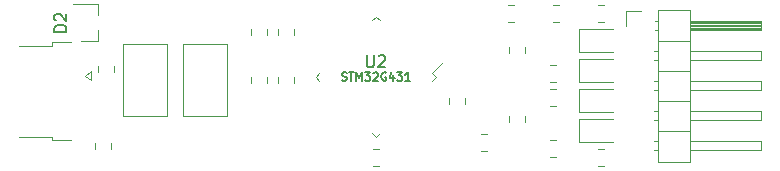
<source format=gbr>
G04 #@! TF.GenerationSoftware,KiCad,Pcbnew,(5.1.5)-3*
G04 #@! TF.CreationDate,2020-09-18T03:50:12-03:00*
G04 #@! TF.ProjectId,UFRGS PILL,55465247-5320-4504-994c-4c2e6b696361,0.1*
G04 #@! TF.SameCoordinates,Original*
G04 #@! TF.FileFunction,Legend,Top*
G04 #@! TF.FilePolarity,Positive*
%FSLAX46Y46*%
G04 Gerber Fmt 4.6, Leading zero omitted, Abs format (unit mm)*
G04 Created by KiCad (PCBNEW (5.1.5)-3) date 2020-09-18 03:50:12*
%MOMM*%
%LPD*%
G04 APERTURE LIST*
%ADD10C,0.120000*%
%ADD11C,0.150000*%
G04 APERTURE END LIST*
D10*
X121738000Y-50304000D02*
X118038000Y-50304000D01*
X121738000Y-44184000D02*
X121738000Y-50304000D01*
X118038000Y-44184000D02*
X121738000Y-44184000D01*
X118038000Y-50304000D02*
X118038000Y-44184000D01*
X112958000Y-44184000D02*
X116658000Y-44184000D01*
X112958000Y-50304000D02*
X112958000Y-44184000D01*
X116658000Y-50304000D02*
X112958000Y-50304000D01*
X116658000Y-44184000D02*
X116658000Y-50304000D01*
X139153113Y-46671802D02*
X140065281Y-45759634D01*
X139471311Y-46990000D02*
X139153113Y-46671802D01*
X139153113Y-47308198D02*
X139471311Y-46990000D01*
X134366000Y-52095311D02*
X134047802Y-51777113D01*
X134684198Y-51777113D02*
X134366000Y-52095311D01*
X134366000Y-41884689D02*
X134684198Y-42202887D01*
X134047802Y-42202887D02*
X134366000Y-41884689D01*
X129260689Y-46990000D02*
X129578887Y-47308198D01*
X129578887Y-46671802D02*
X129260689Y-46990000D01*
X110869000Y-43998000D02*
X110869000Y-43068000D01*
X110869000Y-40838000D02*
X110869000Y-41768000D01*
X110869000Y-40838000D02*
X108709000Y-40838000D01*
X110869000Y-43998000D02*
X109409000Y-43998000D01*
X109771000Y-46897000D02*
X110221000Y-46497000D01*
X110221000Y-46497000D02*
X110221000Y-47297000D01*
X110221000Y-47297000D02*
X109771000Y-46897000D01*
X104171000Y-52047000D02*
X106971000Y-52047000D01*
X106971000Y-52047000D02*
X106971000Y-52347000D01*
X106971000Y-52347000D02*
X108521000Y-52347000D01*
X104171000Y-44347000D02*
X106971000Y-44347000D01*
X106971000Y-44047000D02*
X106971000Y-44347000D01*
X106971000Y-44047000D02*
X108521000Y-44047000D01*
X155575000Y-41402000D02*
X156845000Y-41402000D01*
X155575000Y-42672000D02*
X155575000Y-41402000D01*
X157887929Y-53212000D02*
X158285000Y-53212000D01*
X157887929Y-52452000D02*
X158285000Y-52452000D01*
X166945000Y-53212000D02*
X160945000Y-53212000D01*
X166945000Y-52452000D02*
X166945000Y-53212000D01*
X160945000Y-52452000D02*
X166945000Y-52452000D01*
X158285000Y-51562000D02*
X160945000Y-51562000D01*
X157887929Y-50672000D02*
X158285000Y-50672000D01*
X157887929Y-49912000D02*
X158285000Y-49912000D01*
X166945000Y-50672000D02*
X160945000Y-50672000D01*
X166945000Y-49912000D02*
X166945000Y-50672000D01*
X160945000Y-49912000D02*
X166945000Y-49912000D01*
X158285000Y-49022000D02*
X160945000Y-49022000D01*
X157887929Y-48132000D02*
X158285000Y-48132000D01*
X157887929Y-47372000D02*
X158285000Y-47372000D01*
X166945000Y-48132000D02*
X160945000Y-48132000D01*
X166945000Y-47372000D02*
X166945000Y-48132000D01*
X160945000Y-47372000D02*
X166945000Y-47372000D01*
X158285000Y-46482000D02*
X160945000Y-46482000D01*
X157887929Y-45592000D02*
X158285000Y-45592000D01*
X157887929Y-44832000D02*
X158285000Y-44832000D01*
X166945000Y-45592000D02*
X160945000Y-45592000D01*
X166945000Y-44832000D02*
X166945000Y-45592000D01*
X160945000Y-44832000D02*
X166945000Y-44832000D01*
X158285000Y-43942000D02*
X160945000Y-43942000D01*
X157955000Y-43052000D02*
X158285000Y-43052000D01*
X157955000Y-42292000D02*
X158285000Y-42292000D01*
X160945000Y-42952000D02*
X166945000Y-42952000D01*
X160945000Y-42832000D02*
X166945000Y-42832000D01*
X160945000Y-42712000D02*
X166945000Y-42712000D01*
X160945000Y-42592000D02*
X166945000Y-42592000D01*
X160945000Y-42472000D02*
X166945000Y-42472000D01*
X160945000Y-42352000D02*
X166945000Y-42352000D01*
X166945000Y-43052000D02*
X160945000Y-43052000D01*
X166945000Y-42292000D02*
X166945000Y-43052000D01*
X160945000Y-42292000D02*
X166945000Y-42292000D01*
X160945000Y-41342000D02*
X158285000Y-41342000D01*
X160945000Y-54162000D02*
X160945000Y-41342000D01*
X158285000Y-54162000D02*
X160945000Y-54162000D01*
X158285000Y-41342000D02*
X158285000Y-54162000D01*
X143771252Y-51868000D02*
X143248748Y-51868000D01*
X143771252Y-53288000D02*
X143248748Y-53288000D01*
X149090748Y-53796000D02*
X149613252Y-53796000D01*
X149090748Y-52376000D02*
X149613252Y-52376000D01*
X125170000Y-43441252D02*
X125170000Y-42918748D01*
X123750000Y-43441252D02*
X123750000Y-42918748D01*
X149613252Y-46026000D02*
X149090748Y-46026000D01*
X149613252Y-47446000D02*
X149090748Y-47446000D01*
X149613252Y-48058000D02*
X149090748Y-48058000D01*
X149613252Y-49478000D02*
X149090748Y-49478000D01*
X151556000Y-47442000D02*
X154416000Y-47442000D01*
X151556000Y-45522000D02*
X151556000Y-47442000D01*
X154416000Y-45522000D02*
X151556000Y-45522000D01*
X151556000Y-49982000D02*
X154416000Y-49982000D01*
X151556000Y-48062000D02*
X151556000Y-49982000D01*
X154416000Y-48062000D02*
X151556000Y-48062000D01*
X110796000Y-46093748D02*
X110796000Y-46616252D01*
X112216000Y-46093748D02*
X112216000Y-46616252D01*
X149867252Y-40946000D02*
X149344748Y-40946000D01*
X149867252Y-42366000D02*
X149344748Y-42366000D01*
X153154748Y-54558000D02*
X153677252Y-54558000D01*
X153154748Y-53138000D02*
X153677252Y-53138000D01*
X123750000Y-46982748D02*
X123750000Y-47505252D01*
X125170000Y-46982748D02*
X125170000Y-47505252D01*
X151556000Y-44902000D02*
X154416000Y-44902000D01*
X151556000Y-42982000D02*
X151556000Y-44902000D01*
X154416000Y-42982000D02*
X151556000Y-42982000D01*
X151556000Y-52522000D02*
X154416000Y-52522000D01*
X151556000Y-50602000D02*
X151556000Y-52522000D01*
X154416000Y-50602000D02*
X151556000Y-50602000D01*
X147014000Y-50807252D02*
X147014000Y-50284748D01*
X145594000Y-50807252D02*
X145594000Y-50284748D01*
X145594000Y-44442748D02*
X145594000Y-44965252D01*
X147014000Y-44442748D02*
X147014000Y-44965252D01*
X145534748Y-42366000D02*
X146057252Y-42366000D01*
X145534748Y-40946000D02*
X146057252Y-40946000D01*
X111962000Y-53093252D02*
X111962000Y-52570748D01*
X110542000Y-53093252D02*
X110542000Y-52570748D01*
X127456000Y-43441252D02*
X127456000Y-42918748D01*
X126036000Y-43441252D02*
X126036000Y-42918748D01*
X127456000Y-47505252D02*
X127456000Y-46982748D01*
X126036000Y-47505252D02*
X126036000Y-46982748D01*
X134627252Y-53138000D02*
X134104748Y-53138000D01*
X134627252Y-54558000D02*
X134104748Y-54558000D01*
X153677252Y-40946000D02*
X153154748Y-40946000D01*
X153677252Y-42366000D02*
X153154748Y-42366000D01*
X140514000Y-48760748D02*
X140514000Y-49283252D01*
X141934000Y-48760748D02*
X141934000Y-49283252D01*
D11*
X133604095Y-45172379D02*
X133604095Y-45981903D01*
X133651714Y-46077141D01*
X133699333Y-46124760D01*
X133794571Y-46172379D01*
X133985047Y-46172379D01*
X134080285Y-46124760D01*
X134127904Y-46077141D01*
X134175523Y-45981903D01*
X134175523Y-45172379D01*
X134604095Y-45267618D02*
X134651714Y-45219999D01*
X134746952Y-45172379D01*
X134985047Y-45172379D01*
X135080285Y-45219999D01*
X135127904Y-45267618D01*
X135175523Y-45362856D01*
X135175523Y-45458094D01*
X135127904Y-45600951D01*
X134556476Y-46172379D01*
X135175523Y-46172379D01*
X131482666Y-47273333D02*
X131582666Y-47306666D01*
X131749333Y-47306666D01*
X131816000Y-47273333D01*
X131849333Y-47240000D01*
X131882666Y-47173333D01*
X131882666Y-47106666D01*
X131849333Y-47040000D01*
X131816000Y-47006666D01*
X131749333Y-46973333D01*
X131616000Y-46940000D01*
X131549333Y-46906666D01*
X131516000Y-46873333D01*
X131482666Y-46806666D01*
X131482666Y-46740000D01*
X131516000Y-46673333D01*
X131549333Y-46640000D01*
X131616000Y-46606666D01*
X131782666Y-46606666D01*
X131882666Y-46640000D01*
X132082666Y-46606666D02*
X132482666Y-46606666D01*
X132282666Y-47306666D02*
X132282666Y-46606666D01*
X132716000Y-47306666D02*
X132716000Y-46606666D01*
X132949333Y-47106666D01*
X133182666Y-46606666D01*
X133182666Y-47306666D01*
X133449333Y-46606666D02*
X133882666Y-46606666D01*
X133649333Y-46873333D01*
X133749333Y-46873333D01*
X133816000Y-46906666D01*
X133849333Y-46940000D01*
X133882666Y-47006666D01*
X133882666Y-47173333D01*
X133849333Y-47240000D01*
X133816000Y-47273333D01*
X133749333Y-47306666D01*
X133549333Y-47306666D01*
X133482666Y-47273333D01*
X133449333Y-47240000D01*
X134149333Y-46673333D02*
X134182666Y-46640000D01*
X134249333Y-46606666D01*
X134416000Y-46606666D01*
X134482666Y-46640000D01*
X134516000Y-46673333D01*
X134549333Y-46740000D01*
X134549333Y-46806666D01*
X134516000Y-46906666D01*
X134116000Y-47306666D01*
X134549333Y-47306666D01*
X135216000Y-46640000D02*
X135149333Y-46606666D01*
X135049333Y-46606666D01*
X134949333Y-46640000D01*
X134882666Y-46706666D01*
X134849333Y-46773333D01*
X134816000Y-46906666D01*
X134816000Y-47006666D01*
X134849333Y-47140000D01*
X134882666Y-47206666D01*
X134949333Y-47273333D01*
X135049333Y-47306666D01*
X135116000Y-47306666D01*
X135216000Y-47273333D01*
X135249333Y-47240000D01*
X135249333Y-47006666D01*
X135116000Y-47006666D01*
X135849333Y-46840000D02*
X135849333Y-47306666D01*
X135682666Y-46573333D02*
X135516000Y-47073333D01*
X135949333Y-47073333D01*
X136149333Y-46606666D02*
X136582666Y-46606666D01*
X136349333Y-46873333D01*
X136449333Y-46873333D01*
X136516000Y-46906666D01*
X136549333Y-46940000D01*
X136582666Y-47006666D01*
X136582666Y-47173333D01*
X136549333Y-47240000D01*
X136516000Y-47273333D01*
X136449333Y-47306666D01*
X136249333Y-47306666D01*
X136182666Y-47273333D01*
X136149333Y-47240000D01*
X137249333Y-47306666D02*
X136849333Y-47306666D01*
X137049333Y-47306666D02*
X137049333Y-46606666D01*
X136982666Y-46706666D01*
X136916000Y-46773333D01*
X136849333Y-46806666D01*
X108148380Y-43156095D02*
X107148380Y-43156095D01*
X107148380Y-42918000D01*
X107196000Y-42775142D01*
X107291238Y-42679904D01*
X107386476Y-42632285D01*
X107576952Y-42584666D01*
X107719809Y-42584666D01*
X107910285Y-42632285D01*
X108005523Y-42679904D01*
X108100761Y-42775142D01*
X108148380Y-42918000D01*
X108148380Y-43156095D01*
X107243619Y-42203714D02*
X107196000Y-42156095D01*
X107148380Y-42060857D01*
X107148380Y-41822761D01*
X107196000Y-41727523D01*
X107243619Y-41679904D01*
X107338857Y-41632285D01*
X107434095Y-41632285D01*
X107576952Y-41679904D01*
X108148380Y-42251333D01*
X108148380Y-41632285D01*
M02*

</source>
